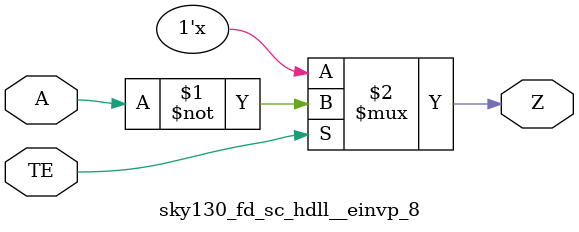
<source format=v>
/*
 * Copyright 2020 The SkyWater PDK Authors
 *
 * Licensed under the Apache License, Version 2.0 (the "License");
 * you may not use this file except in compliance with the License.
 * You may obtain a copy of the License at
 *
 *     https://www.apache.org/licenses/LICENSE-2.0
 *
 * Unless required by applicable law or agreed to in writing, software
 * distributed under the License is distributed on an "AS IS" BASIS,
 * WITHOUT WARRANTIES OR CONDITIONS OF ANY KIND, either express or implied.
 * See the License for the specific language governing permissions and
 * limitations under the License.
 *
 * SPDX-License-Identifier: Apache-2.0
*/


`ifndef SKY130_FD_SC_HDLL__EINVP_8_FUNCTIONAL_V
`define SKY130_FD_SC_HDLL__EINVP_8_FUNCTIONAL_V

/**
 * einvp: Tri-state inverter, positive enable.
 *
 * Verilog simulation functional model.
 */

`timescale 1ns / 1ps
`default_nettype none

`celldefine
module sky130_fd_sc_hdll__einvp_8 (
    Z ,
    A ,
    TE
);

    // Module ports
    output Z ;
    input  A ;
    input  TE;

    //     Name     Output  Other arguments
    notif1 notif10 (Z     , A, TE          );

endmodule
`endcelldefine

`default_nettype wire
`endif  // SKY130_FD_SC_HDLL__EINVP_8_FUNCTIONAL_V

</source>
